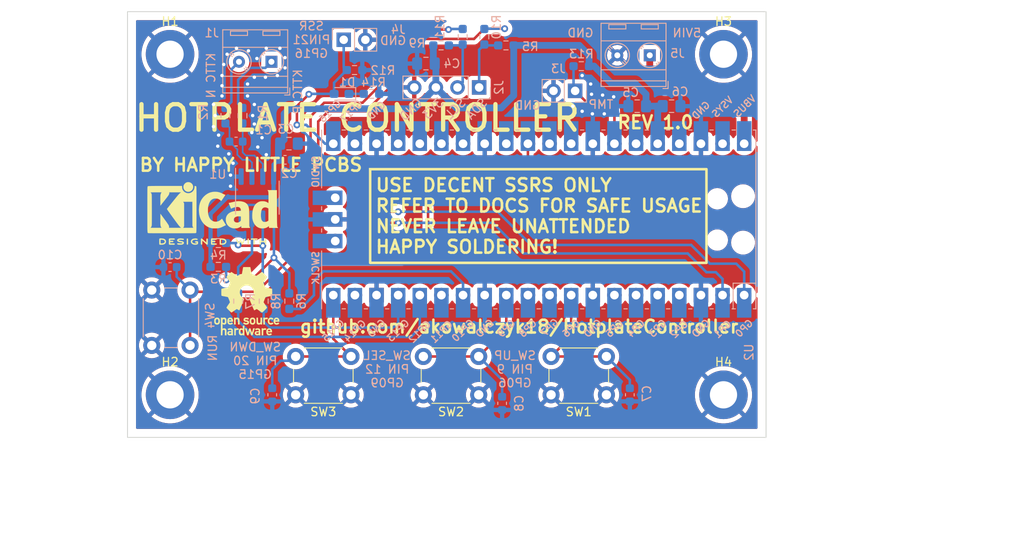
<source format=kicad_pcb>
(kicad_pcb (version 20211014) (generator pcbnew)
  (layers (0 "F.Cu" signal) (31 "B.Cu" signal) (34 "B.Paste" user) (35 "F.Paste" user) (36 "B.SilkS" user "B.Silkscreen") (37 "F.SilkS" user "F.Silkscreen") (38 "B.Mask" user) (39 "F.Mask" user) (44 "Edge.Cuts" user))
  (net 0 "")
  (net 1 "/KTTC_P")
  (net 2 "/KTTC_N")
  (net 3 "+3V3")
  (net 4 "GND")
  (net 5 "Net-(D1-Pad1)")
  (net 6 "/SSR_OUT")
  (net 7 "/KTTC_P_R")
  (net 8 "/KTTC_N_R")
  (net 9 "/I2C0_SDA_R")
  (net 10 "/I2C0_SCL_R")
  (net 11 "/TEMP_IN")
  (net 12 "+5V")
  (net 13 "/SPI_SCLK_R")
  (net 14 "/SPI_CSN_R")
  (net 15 "/SPI_SCLK")
  (net 16 "/SPI_DATA")
  (net 17 "/SPI_DATA_R")
  (net 18 "/SPI_CSN")
  (net 19 "/I2C0_SDA")
  (net 20 "/I2C0_SCL")
  (net 21 "/SW_UP")
  (net 22 "/SW_SEL")
  (net 23 "/SW_DWN")
  (net 24 "/SW_RUN")
  (footprint "MountingHole:MountingHole_3.2mm_M3_ISO7380_Pad" (layer "F.Cu") (at 55.8 121.2)
    (fp_text reference "H2")
    (fp_text value "MountingHole_Pad")
  )
  (footprint "MountingHole:MountingHole_3.2mm_M3_ISO7380_Pad" (layer "F.Cu") (at 120.8 81.2)
    (fp_text reference "H3")
    (fp_text value "MountingHole_Pad")
  )
  (footprint "MountingHole:MountingHole_3.2mm_M3_ISO7380_Pad" (layer "F.Cu") (at 55.8 81.2)
    (fp_text reference "H1")
    (fp_text value "MountingHole_Pad")
  )
  (footprint "Symbol:OSHW-Logo_7.5x8mm_SilkScreen" (layer "F.Cu") (at 64.8 110.2)
    (fp_text reference "REF**" hide)
    (fp_text value "OSHW-Logo_7.5x8mm_SilkScreen" hide)
  )
  (footprint "Button_Switch_THT:SW_PUSH_6mm" (layer "F.Cu") (at 107.05 121.2 180)
    (fp_text reference "SW1")
    (fp_text value "SW_Push")
  )
  (footprint "MountingHole:MountingHole_3.2mm_M3_ISO7380_Pad" (layer "F.Cu") (at 120.8 121.2)
    (fp_text reference "H4")
    (fp_text value "MountingHole_Pad")
  )
  (footprint "Button_Switch_THT:SW_PUSH_6mm" (layer "F.Cu") (at 92.05 121.2 180)
    (fp_text reference "SW2")
    (fp_text value "SW_Push")
  )
  (footprint "Button_Switch_THT:SW_PUSH_6mm" (layer "F.Cu") (at 77.05 121.2 180)
    (fp_text reference "SW3")
    (fp_text value "SW_Push")
  )
  (footprint "Symbol:KiCad-Logo2_6mm_SilkScreen" (layer "F.Cu") (at 60.8 99.2)
    (fp_text reference "REF**" hide)
    (fp_text value "KiCad-Logo2_6mm_SilkScreen" hide)
  )
  (footprint "Capacitor_SMD:C_0603_1608Metric" (layer "B.Cu") (at 67.8 121.2 -90)
    (fp_text reference "C9")
    (fp_text value "0.1u")
  )
  (footprint "TerminalBlock_MetzConnect:TerminalBlock_MetzConnect_Type086_RT03402HBLC_1x02_P3.81mm_Horizontal" (layer "B.Cu") (at 112.141 81.325 180)
    (fp_text reference "J5")
    (fp_text value "Conn_01x02")
  )
  (footprint "Capacitor_SMD:C_0805_2012Metric_Pad1.18x1.45mm_HandSolder" (layer "B.Cu") (at 69.7625 91.7 180)
    (fp_text reference "C3")
    (fp_text value "10u")
  )
  (footprint "Resistor_SMD:R_0603_1608Metric_Pad0.98x0.95mm_HandSolder" (layer "B.Cu") (at 66.8 110.2 90)
    (fp_text reference "R8")
    (fp_text value "0")
  )
  (footprint "MCU_RaspberryPi_and_Boards:RPi_Pico_SMD_TH" (layer "B.Cu") (at 99.1 100.6 90)
    (fp_text reference "U2")
    (fp_text value "Pico")
  )
  (footprint "Connector_PinHeader_2.54mm:PinHeader_1x02_P2.54mm_Vertical" (layer "B.Cu") (at 103.375 85.5 90)
    (fp_text reference "J3")
    (fp_text value "Conn_01x02")
  )
  (footprint "Resistor_SMD:R_0603_1608Metric_Pad0.98x0.95mm_HandSolder" (layer "B.Cu") (at 62.3 88.4125 -90)
    (fp_text reference "R2")
    (fp_text value "0")
  )
  (footprint "Resistor_SMD:R_0603_1608Metric_Pad0.98x0.95mm_HandSolder" (layer "B.Cu") (at 69.8 110.2 90)
    (fp_text reference "R6")
    (fp_text value "0")
  )
  (footprint "Resistor_SMD:R_0603_1608Metric_Pad0.98x0.95mm_HandSolder" (layer "B.Cu") (at 79.456572 85.852)
    (fp_text reference "R14")
    (fp_text value "150R")
  )
  (footprint "Capacitor_SMD:C_0603_1608Metric" (layer "B.Cu") (at 109.8 121.2 -90)
    (fp_text reference "C7")
    (fp_text value "0.1u")
  )
  (footprint "Capacitor_SMD:C_0603_1608Metric" (layer "B.Cu") (at 55.8 106.2 180)
    (fp_text reference "C10")
    (fp_text value "0.1u")
  )
  (footprint "Connector_PinHeader_2.54mm:PinHeader_1x02_P2.54mm_Vertical" (layer "B.Cu") (at 76.195 79.502 -90)
    (fp_text reference "J4")
    (fp_text value "Conn_01x02")
  )
  (footprint "Resistor_SMD:R_0603_1608Metric_Pad0.98x0.95mm_HandSolder" (layer "B.Cu") (at 87.63 80.1605)
    (fp_text reference "R9")
    (fp_text value "2.2k")
  )
  (footprint "Capacitor_SMD:C_0805_2012Metric_Pad1.18x1.45mm_HandSolder" (layer "B.Cu") (at 85.852 82.296 180)
    (fp_text reference "C4")
    (fp_text value "10u")
  )
  (footprint "Capacitor_SMD:C_0805_2012Metric_Pad1.18x1.45mm_HandSolder" (layer "B.Cu") (at 110.6625 87.3 180)
    (fp_text reference "C5")
    (fp_text value "10u")
  )
  (footprint "Resistor_SMD:R_0603_1608Metric_Pad0.98x0.95mm_HandSolder" (layer "B.Cu") (at 90.17 79.1445 90)
    (fp_text reference "R11")
    (fp_text value "0")
  )
  (footprint "Resistor_SMD:R_0603_1608Metric_Pad0.98x0.95mm_HandSolder" (layer "B.Cu") (at 77.465 83.058)
    (fp_text reference "R12")
    (fp_text value "10k")
  )
  (footprint "Resistor_SMD:R_0603_1608Metric_Pad0.98x0.95mm_HandSolder" (layer "B.Cu") (at 61.468 103.378)
    (fp_text reference "R4")
    (fp_text value "10k")
  )
  (footprint "Resistor_SMD:R_0603_1608Metric_Pad0.98x0.95mm_HandSolder" (layer "B.Cu") (at 95.25 80.1605 180)
    (fp_text reference "R5")
    (fp_text value "2.2k")
  )
  (footprint "Connector_PinHeader_2.54mm:PinHeader_1x04_P2.54mm_Vertical" (layer "B.Cu") (at 92.1 85.1 90)
    (fp_text reference "J2")
    (fp_text value "Conn_01x04")
  )
  (footprint "Capacitor_SMD:C_0603_1608Metric" (layer "B.Cu") (at 69.3 93.6)
    (fp_text reference "C2")
    (fp_text value "0.1u")
  )
  (footprint "Capacitor_SMD:C_0603_1608Metric" (layer "B.Cu") (at 94.8 122.2 -90)
    (fp_text reference "C8")
    (fp_text value "0.1u")
  )
  (footprint "TerminalBlock_MetzConnect:TerminalBlock_MetzConnect_Type086_RT03402HBLC_1x02_P3.81mm_Horizontal" (layer "B.Cu") (at 67.705 82.087 180)
    (fp_text reference "J1")
    (fp_text value "Conn_01x02")
  )
  (footprint "Resistor_SMD:R_0603_1608Metric_Pad0.98x0.95mm_HandSolder" (layer "B.Cu") (at 63.8 110.2 90)
    (fp_text reference "R7")
    (fp_text value "0")
  )
  (footprint "Resistor_SMD:R_0603_1608Metric_Pad0.98x0.95mm_HandSolder" (layer "B.Cu") (at 104.1 82.6 180)
    (fp_text reference "R13")
    (fp_text value "100k")
  )
  (footprint "Resistor_SMD:R_0603_1608Metric_Pad0.98x0.95mm_HandSolder" (layer "B.Cu") (at 92.71 79.1445 90)
    (fp_text reference "R10")
    (fp_text value "0")
  )
  (footprint "Package_SO:SOIC-8_3.9x4.9mm_P1.27mm" (layer "B.Cu") (at 66.053 98.044 -90)
    (fp_text reference "U1")
    (fp_text value "MAX31855KASA")
  )
  (footprint "Capacitor_SMD:C_0603_1608Metric" (layer "B.Cu") (at 63.553 91.4605 180)
    (fp_text reference "C1")
    (fp_text value "0.01u")
  )
  (footprint "LED_SMD:LED_0603_1608Metric_Pad1.05x0.95mm_HandSolder" (layer "B.Cu") (at 75.941 85.852 180)
    (fp_text reference "D1")
    (fp_text value "LED")
  )
  (footprint "Button_Switch_THT:SW_PUSH_6mm" (layer "B.Cu") (at 53.65 108.9 -90)
    (fp_text reference "SW4")
    (fp_text value "SW_Push")
  )
  (footprint "Capacitor_SMD:C_0805_2012Metric_Pad1.18x1.45mm_HandSolder" (layer "B.Cu") (at 114.7 87.3)
    (fp_text reference "C6")
    (fp_text value "10u")
  )
  (footprint "Resistor_SMD:R_0603_1608Metric_Pad0.98x0.95mm_HandSolder" (layer "B.Cu") (at 61.468 106.172)
    (fp_text reference "R3")
    (fp_text value "10k")
  )
  (footprint "Resistor_SMD:R_0603_1608Metric_Pad0.98x0.95mm_HandSolder" (layer "B.Cu") (at 64.3 88.4125 -90)
    (fp_text reference "R1")
    (fp_text value "0")
  )
  (gr_rect (start 79.3 94.7) (end 118.8 105.7) (layer "F.SilkS") (width 0.3) (fill none))
  (gr_rect (start 125.8 76.2) (end 50.8 126.2) (layer "Edge.Cuts") (width 0.1) (fill none))
  (gr_text "SW_UP\nPIN 9\nGP06" (at 96.3 118.2) (layer "B.SilkS") (effects (font (size 1 1)) (justify mirror)))
  (gr_text "GND" (at 82 79.6) (layer "B.SilkS") (effects (font (size 1 1)) (justify mirror)))
  (gr_text "3V3" (at 86.7 87.6 45) (layer "B.SilkS") (effects (font (size 1 1)) (justify mirror)))
  (gr_text "KTTC N" (at 60.6 83.7 90) (layer "B.SilkS") (effects (font (size 1 1)) (justify mirror)))
  (gr_text "TMP" (at 106.4 87.1) (layer "B.SilkS") (effects (font (size 1 1)) (justify mirror)))
  (gr_text "GND" (at 84.1 87.7 45) (layer "B.SilkS") (effects (font (size 1 1)) (justify mirror)))
  (gr_text "SW_DWN\nPIN 20\nGP15" (at 65.8 117.2) (layer "B.SilkS") (effects (font (size 1 1)) (justify mirror)))
  (gr_text "SCL" (at 89.3 87.6 45) (layer "B.SilkS") (effects (font (size 1 1)) (justify mirror)))
  (gr_text "GND" (at 97.8 87.2) (layer "B.SilkS") (effects (font (size 1 1)) (justify mirror)))
  (gr_text "SDA" (at 91.8 87.6 45) (layer "B.SilkS") (effects (font (size 1 1)) (justify mirror)))
  (gr_text "SW_SEL\nPIN 12\nGP09" (at 81.3 118.2) (layer "B.SilkS") (effects (font (size 1 1)) (justify mirror)))
  (gr_text "5VIN" (at 116.5 78.7) (layer "B.SilkS") (effects (font (size 1 1)) (justify mirror)))
  (gr_text "GND" (at 104 78.7) (layer "B.SilkS") (effects (font (size 1 1)) (justify mirror)))
  (gr_text "KTTC P" (at 70.8 85.6 90) (layer "B.SilkS") (effects (font (size 1 1)) (justify mirror)))
  (gr_text "SSR\nPIN21\nGP16" (at 72.4 79.5) (layer "B.SilkS") (effects (font (size 1 1)) (justify mirror)))
  (gr_text "RUN" (at 60.8 115.7 90) (layer "B.SilkS") (effects (font (size 1 1)) (justify mirror)))
  (gr_text "github.com/akowalczyk18/HotplateController" (at 96.8 113.2) (layer "F.SilkS") (effects (font (size 1.5 1.5) (thickness 0.3))))
  (gr_text "HOTPLATE CONTROLLER" (at 77.8 88.7) (layer "F.SilkS") (effects (font (size 3 3) (thickness 0.5))))
  (gr_text "BY HAPPY LITTLE PCBS" (at 65.3 94.2) (layer "F.SilkS") (effects (font (size 1.5 1.5) (thickness 0.3))))
  (gr_text "REV 1.0" (at 112.8 89.2) (layer "F.SilkS") (effects (font (size 1.5 1.5) (thickness 0.3))))
  (gr_text "USE DECENT SSRS ONLY\nREFER TO DOCS FOR SAFE USAGE\nNEVER LEAVE UNATTENDED\nHAPPY SOLDERING!" (at 79.8 100.2) (layer "F.SilkS") (effects (font (size 1.5 1.5) (thickness 0.3)) (justify left)))
  (segment (start 64.328 89.353) (end 64.3 89.325) (width 0.2) (layer "B.Cu") (net 1))
  (segment (start 64.328 91.4605) (end 64.328 89.353) (width 0.2) (layer "B.Cu") (net 1))
  (segment (start 65.7 93.1) (end 64.7 93.1) (width 0.2) (layer "B.Cu") (net 1))
  (segment (start 64.328 92.728) (end 64.328 91.4605) (width 0.2) (layer "B.Cu") (net 1))
  (segment (start 66.688 94.088) (end 66.688 95.569) (width 0.2) (layer "B.Cu") (net 1))
  (segment (start 66.688 94.088) (end 65.7 93.1) (width 0.2) (layer "B.Cu") (net 1))
  (segment (start 64.7 93.1) (end 64.328 92.728) (width 0.2) (layer "B.Cu") (net 1))
  (segment (start 65.418 95.569) (end 65.418 93.918) (width 0.2) (layer "B.Cu") (net 2))
  (segment (start 65.418 93.918) (end 65.1 93.6) (width 0.2) (layer "B.Cu") (net 2))
  (segment (start 63.7 93) (end 63.7 92.3825) (width 0.2) (layer "B.Cu") (net 2))
  (segment (start 63.7 92.3825) (end 62.778 91.4605) (width 0.2) (layer "B.Cu") (net 2))
  (segment (start 62.778 89.803) (end 62.3 89.325) (width 0.2) (layer "B.Cu") (net 2))
  (segment (start 65.1 93.6) (end 64.3 93.6) (width 0.2) (layer "B.Cu") (net 2))
  (segment (start 64.3 93.6) (end 63.7 93) (width 0.2) (layer "B.Cu") (net 2))
  (segment (start 62.778 91.4605) (end 62.778 89.803) (width 0.2) (layer "B.Cu") (net 2))
  (segment (start 87.02 85.1) (end 87.02 82.4265) (width 0.8) (layer "B.Cu") (net 3))
  (segment (start 110.4 84.6) (end 107.6 84.6) (width 0.8) (layer "B.Cu") (net 3))
  (segment (start 68.525 93.6) (end 68.525 91.9) (width 0.8) (layer "B.Cu") (net 3))
  (segment (start 67.958 94.167) (end 68.525 93.6) (width 0.5) (layer "B.Cu") (net 3))
  (segment (start 103.8605 80.1605) (end 96.1625 80.1605) (width 0.8) (layer "B.Cu") (net 3))
  (segment (start 67.5 98) (end 62.7 98) (width 0.5) (layer "B.Cu") (net 3))
  (segment (start 111.7 85.9) (end 110.4 84.6) (width 0.8) (layer "B.Cu") (net 3))
  (segment (start 89.42 87.5) (end 87.02 85.1) (width 0.8) (layer "B.Cu") (net 3))
  (segment (start 67.958 95.569) (end 67.958 94.167) (width 0.5) (layer "B.Cu") (net 3))
  (segment (start 62.6 97.9) (end 60.5555 99.9445) (width 0.5) (layer "B.Cu") (net 3))
  (segment (start 95.8 86.4) (end 94.7 87.5) (width 0.8) (layer "B.Cu") (net 3))
  (segment (start 60.5555 106.172) (end 60.5555 103.378) (width 0.5) (layer "B.Cu") (net 3))
  (segment (start 111.7 87.3) (end 111.7 85.9) (width 0.8) (layer "B.Cu") (net 3))
  (segment (start 67.958 95.569) (end 67.958 97.542) (width 0.5) (layer "B.Cu") (net 3))
  (segment (start 60.5555 99.9445) (end 60.5555 103.378) (width 0.5) (layer "B.Cu") (net 3))
  (segment (start 69.8 87.6) (end 84.52 87.6) (width 0.8) (layer "B.Cu") (net 3))
  (segment (start 67.958 97.542) (end 67.5 98) (width 0.5) (layer "B.Cu") (net 3))
  (segment (start 62.7 98) (end 62.6 97.9) (width 0.5) (layer "B.Cu") (net 3))
  (segment (start 86.7175 82.124) (end 86.8895 82.296) (width 0.8) (layer "B.Cu") (net 3))
  (segment (start 113.07 91.71) (end 113.07 87.37) (width 0.8) (layer "B.Cu") (net 3))
  (segment (start 87.02 82.4265) (end 86.8895 82.296) (width 0.8) (layer "B.Cu") (net 3))
  (segment (start 84.52 87.6) (end 87.02 85.1) (width 0.8) (layer "B.Cu") (net 3))
  (segment (start 113.6625 87.3) (end 113 87.3) (width 0.8) (layer "B.Cu") (net 3))
  (segment (start 68.725 91.7) (end 69.2 91.225) (width 0.8) (layer "B.Cu") (net 3))
  (segment (start 105.0125 82.6) (end 105.0125 81.3125) (width 0.8) (layer "B.Cu") (net 3))
  (segment (start 96.1625 80.1605) (end 96.1625 86.0375) (width 0.8) (layer "B.Cu") (net 3))
  (segment (start 113.07 87.37) (end 113 87.3) (width 0.8) (layer "B.Cu") (net 3))
  (segment (start 105.0125 81.3125) (end 103.8605 80.1605) (width 0.8) (layer "B.Cu") (net 3))
  (segment (start 113 87.3) (end 111.7 87.3) (width 0.8) (layer "B.Cu") (net 3))
  (segment (start 96.1625 86.0375) (end 95.8 86.4) (width 0.8) (layer "B.Cu") (net 3))
  (segment (start 107.6 84.6) (end 105.6 82.6) (width 0.8) (layer "B.Cu") (net 3))
  (segment (start 69.2 88.2) (end 69.8 87.6) (width 0.8) (layer "B.Cu") (net 3))
  (segment (start 86.7175 80.1605) (end 86.7175 82.124) (width 0.8) (layer "B.Cu") (net 3))
  (segment (start 68.525 91.9) (end 68.725 91.7) (width 0.8) (layer "B.Cu") (net 3))
  (segment (start 105.6 82.6) (end 105.0125 82.6) (width 0.8) (layer "B.Cu") (net 3))
  (segment (start 69.2 91.225) (end 69.2 88.2) (width 0.8) (layer "B.Cu") (net 3))
  (segment (start 94.7 87.5) (end 89.42 87.5) (width 0.8) (layer "B.Cu") (net 3))
  (via (at 105.3 85.9) (size 0.8) (drill 0.4) (layers "F.Cu" "B.Cu") (net 4))
  (via (at 105.4 88.2) (size 0.8) (drill 0.4) (layers "F.Cu" "B.Cu") (net 4))
  (via (at 61.5 90.7) (size 0.8) (drill 0.4) (layers "F.Cu" "B.Cu") (net 4))
  (via (at 103.1 87.3) (size 0.8) (drill 0.4) (layers "F.Cu" "B.Cu") (net 4))
  (via (at 69.3 82.8) (size 0.8) (drill 0.4) (layers "F.Cu" "B.Cu") (net 4))
  (via (at 65.7 87.1) (size 0.8) (drill 0.4) (layers "F.Cu" "B.Cu") (net 4))
  (via (at 67.1 93) (size 0.8) (drill 0.4) (layers "F.Cu" "B.Cu") (net 4))
  (via (at 65 80.8) (size 0.8) (drill 0.4) (layers "F.Cu" "B.Cu") (net 4))
  (via (at 104.2 87.9) (size 0.8) (drill 0.4) (layers "F.Cu" "B.Cu") (net 4))
  (via (at 65.7 83.9) (size 0.8) (drill 0.4) (layers "F.Cu" "B.Cu") (net 4))
  (via (at 67 83.9) (size 0.8) (drill 0.4) (layers "F.Cu" "B.Cu") (net 4))
  (via (at 66 81.7) (size 0.8) (drill 0.4) (layers "F.Cu" "B.Cu") (net 4))
  (via (at 107.9 86.2) (size 0.8) (drill 0.4) (layers "F.Cu" "B.Cu") (net 4))
  (via (at 64.9 84.7) (size 0.8) (drill 0.4) (layers "F.Cu" "B.Cu") (net 4))
  (via (at 69.3 81.6) (size 0.8) (drill 0.4) (layers "F.Cu" "B.Cu") (net 4))
  (via (at 65.4 90.4) (size 0.8) (drill 0.4) (layers "F.Cu" "B.Cu") (net 4))
  (via (at 62.1 82.4) (size 0.8) (drill 0.4) (layers "F.Cu" "B.Cu") (net 4))
  (via (at 106.6 86) (size 0.8) (drill 0.4) (layers "F.Cu" "B.Cu") (net 4))
  (via (at 105.2 84.7) (size 0.8) (drill 0.4) (layers "F.Cu" "B.Cu") (net 4))
  (via (at 65.5 88.4) (size 0.8) (drill 0.4) (layers "F.Cu" "B.Cu") (net 4))
  (via (at 66.6 91) (size 0.8) (drill 0.4) (layers "F.Cu" "B.Cu") (net 4))
  (via (at 62.7 92.9) (size 0.8) (drill 0.4) (layers "F.Cu" "B.Cu") (net 4))
  (via (at 63.6 80.5) (size 0.8) (drill 0.4) (layers "F.Cu" "B.Cu") (net 4))
  (via (at 61.9 84.9) (size 0.8) (drill 0.4) (layers "F.Cu" "B.Cu") (net 4))
  (via (at 67.1 80.5) (size 0.8) (drill 0.4) (layers "F.Cu" "B.Cu") (net 4))
  (via (at 62.5 81.2) (size 0.8) (drill 0.4) (layers "F.Cu" "B.Cu") (net 4))
  (via (at 65.7 89.4) (size 0.8) (drill 0.4) (layers "F.Cu" "B.Cu") (net 4))
  (via (at 66.1 92.1) (size 0.8) (drill 0.4) (layers "F.Cu" "B.Cu") (net 4))
  (via (at 60.9 89.7) (size 0.8) (drill 0.4) (layers "F.Cu" "B.Cu") (net 4))
  (via (at 60.9 87.1) (size 0.8) (drill 0.4) (layers "F.Cu" "B.Cu") (net 4))
  (via (at 61.9 86.1) (size 0.8) (drill 0.4) (layers "F.Cu" "B.Cu") (net 4))
  (via (at 64.9 86.1) (size 0.8) (drill 0.4) (layers "F.Cu" "B.Cu") (net 4))
  (via (at 61.9 83.7) (size 0.8) (drill 0.4) (layers "F.Cu" "B.Cu") (net 4))
  (via (at 62.9 96.7) (size 0.8) (drill 0.4) (layers "F.Cu" "B.Cu") (net 4))
  (via (at 61.1 88.4) (size 0.8) (drill 0.4) (layers "F.Cu" "B.Cu") (net 4))
  (via (at 68.7 80.5) (size 0.8) (drill 0.4) (layers "F.Cu" "B.Cu") (net 4))
  (via (at 61.4 92) (size 0.8) (drill 0.4) (layers "F.Cu" "B.Cu") (net 4))
  (via (at 106.8 88.2) (size 0.8) (drill 0.4) (layers "F.Cu" "B.Cu") (net 4))
  (via (at 62.9 95.4) (size 0.8) (drill 0.4) (layers "F.Cu" "B.Cu") (net 4))
  (via (at 68.4 83.7) (size 0.8) (drill 0.4) (layers "F.Cu" "B.Cu") (net 4))
  (via (at 63.2 94) (size 0.8) (drill 0.4) (layers "F.Cu" "B.Cu") (net 4))
  (via (at 104.2 83.7) (size 0.8) (drill 0.4) (layers "F.Cu" "B.Cu") (net 4))
  (segment (start 76.816 85.852) (end 78.544072 85.852) (width 0.3) (layer "B.Cu") (net 5))
  (segment (start 70.7 87.3) (end 72.1 85.9) (width 0.3) (layer "F.Cu") (net 6))
  (segment (start 70.7 89.5) (end 70.7 87.3) (width 0.3) (layer "F.Cu") (net 6))
  (via (at 72.1 85.9) (size 0.8) (drill 0.4) (layers "F.Cu" "B.Cu") (net 6))
  (via (at 70.7 89.5) (size 0.8) (drill 0.4) (layers "F.Cu" "B.Cu") (net 6))
  (segment (start 72.148 85.852) (end 72.1 85.9) (width 0.3) (layer "B.Cu") (net 6))
  (segment (start 76.195 82.7005) (end 76.5525 83.058) (width 0.3) (layer "B.Cu") (net 6))
  (segment (start 75.066 84.5445) (end 76.5525 83.058) (width 0.3) (layer "B.Cu") (net 6))
  (segment (start 75.066 85.852) (end 72.148 85.852) (width 0.3) (layer "B.Cu") (net 6))
  (segment (start 75.066 85.852) (end 75.066 84.5445) (width 0.3) (layer "B.Cu") (net 6))
  (segment (start 74.97 91.71) (end 74.01 91.71) (width 0.3) (layer "B.Cu") (net 6))
  (segment (start 71.8 89.5) (end 70.7 89.5) (width 0.3) (layer "B.Cu") (net 6))
  (segment (start 72.5 90.2) (end 71.8 89.5) (width 0.3) (layer "B.Cu") (net 6))
  (segment (start 76.195 79.502) (end 76.195 82.7005) (width 0.3) (layer "B.Cu") (net 6))
  (segment (start 74.01 91.71) (end 72.5 90.2) (width 0.3) (layer "B.Cu") (net 6))
  (segment (start 64.3 87.5) (end 63.8 87) (width 0.3) (layer "B.Cu") (net 7))
  (segment (start 65.2 82.8) (end 66.992 82.8) (width 0.3) (layer "B.Cu") (net 7))
  (segment (start 63.8 87) (end 63.8 84.2) (width 0.3) (layer "B.Cu") (net 7))
  (segment (start 63.8 84.2) (end 65.2 82.8) (width 0.3) (layer "B.Cu") (net 7))
  (segment (start 66.992 82.8) (end 67.705 82.087) (width 0.3) (layer "B.Cu") (net 7))
  (segment (start 63 82.982) (end 63.895 82.087) (width 0.3) (layer "B.Cu") (net 8))
  (segment (start 62.3 87.5) (end 63 86.8) (width 0.3) (layer "B.Cu") (net 8))
  (segment (start 63 86.8) (end 63 82.982) (width 0.3) (layer "B.Cu") (net 8))
  (segment (start 94.3375 80.1605) (end 92.8135 80.1605) (width 0.3) (layer "B.Cu") (net 9))
  (segment (start 92.8135 80.1605) (end 92.71 80.057) (width 0.3) (layer "B.Cu") (net 9))
  (segment (start 92.1 85.1) (end 92.1 80.667) (width 0.3) (layer "B.Cu") (net 9))
  (segment (start 92.1 80.667) (end 92.71 80.057) (width 0.3) (layer "B.Cu") (net 9))
  (segment (start 88.5425 80.1605) (end 90.0665 80.1605) (width 0.3) (layer "B.Cu") (net 10))
  (segment (start 90.0665 80.1605) (end 90.17 80.057) (width 0.3) (layer "B.Cu") (net 10))
  (segment (start 90.17 84.49) (end 90.17 80.057) (width 0.3) (layer "B.Cu") (net 10))
  (segment (start 89.56 85.1) (end 90.17 84.49) (width 0.3) (layer "B.Cu") (net 10))
  (segment (start 107.99 87.79) (end 107.3 87.1) (width 0.3) (layer "F.Cu") (net 11))
  (segment (start 107.99 91.71) (end 107.99 87.79) (width 0.3) (layer "F.Cu") (net 11))
  (segment (start 104.975 87.1) (end 103.375 85.5) (width 0.3) (layer "F.Cu") (net 11))
  (segment (start 107.3 87.1) (end 104.975 87.1) (width 0.3) (layer "F.Cu") (net 11))
  (segment (start 103.1875 82.6) (end 103.1875 85.3125) (width 0.3) (layer "B.Cu") (net 11))
  (segment (start 103.1875 85.3125) (end 103.375 85.5) (width 0.3) (layer "B.Cu") (net 11))
  (segment (start 112.141 83.441) (end 113.9 85.2) (width 0.8) (layer "F.Cu") (net 12))
  (segment (start 112.141 81.325) (end 112.141 83.441) (width 0.8) (layer "F.Cu") (net 12))
  (segment (start 122.2 87.3) (end 123.23 88.33) (width 0.8) (layer "F.Cu") (net 12))
  (segment (start 119.5 87.3) (end 122.2 87.3) (width 0.8) (layer "F.Cu") (net 12))
  (segment (start 117.4 85.2) (end 119.5 87.3) (width 0.8) (layer "F.Cu") (net 12))
  (segment (start 113.9 85.2) (end 117.4 85.2) (width 0.8) (layer "F.Cu") (net 12))
  (segment (start 123.23 88.33) (end 123.23 91.71) (width 0.8) (layer "F.Cu") (net 12))
  (segment (start 65.4 107.7) (end 68 105.1) (width 0.3) (layer "F.Cu") (net 13))
  (segment (start 62.4 107.7) (end 65.4 107.7) (width 0.3) (layer "F.Cu") (net 13))
  (via (at 68 105.1) (size 0.8) (drill 0.4) (layers "F.Cu" "B.Cu") (net 13))
  (via (at 62.4 107.7) (size 0.8) (drill 0.4) (layers "F.Cu" "B.Cu") (net 13))
  (segment (start 62.3805 106.172) (end 62.3805 107.6805) (width 0.3) (layer "B.Cu") (net 13))
  (segment (start 68 100.561) (end 68 105.1) (width 0.3) (layer "B.Cu") (net 13))
  (segment (start 67.958 100.519) (end 68 100.561) (width 0.3) (layer "B.Cu") (net 13))
  (segment (start 68 105.1) (end 69.8 106.9) (width 0.3) (layer "B.Cu") (net 13))
  (segment (start 62.3805 107.6805) (end 62.4 107.7) (width 0.3) (layer "B.Cu") (net 13))
  (segment (start 69.8 106.9) (end 69.8 109.2875) (width 0.3) (layer "B.Cu") (net 13))
  (segment (start 63.888 103.688) (end 63.8 103.6) (width 0.3) (layer "F.Cu") (net 14))
  (segment (start 66.688 103.688) (end 63.888 103.688) (width 0.3) (layer "F.Cu") (net 14))
  (via (at 63.8 103.6) (size 0.8) (drill 0.4) (layers "F.Cu" "B.Cu") (net 14))
  (via (at 66.688 103.688) (size 0.8) (drill 0.4) (layers "F.Cu" "B.Cu") (net 14))
  (segment (start 66.688 100.519) (end 66.688 109.1755) (width 0.3) (layer "B.Cu") (net 14))
  (segment (start 66.688 109.1755) (end 66.8 109.2875) (width 0.3) (layer "B.Cu") (net 14))
  (segment (start 63.578 103.378) (end 63.8 103.6) (width 0.3) (layer "B.Cu") (net 14))
  (segment (start 62.3805 103.378) (end 63.578 103.378) (width 0.3) (layer "B.Cu") (net 14))
  (segment (start 88.8 106.7) (end 90.21 108.11) (width 0.3) (layer "B.Cu") (net 15))
  (segment (start 69.8 111.1125) (end 71.0875 111.1125) (width 0.3) (layer "B.Cu") (net 15))
  (segment (start 72.7 109.5) (end 72.7 107.8) (width 0.3) (layer "B.Cu") (net 15))
  (segment (start 73.8 106.7) (end 88.8 106.7) (width 0.3) (layer "B.Cu") (net 15))
  (segment (start 72.7 107.8) (end 73.8 106.7) (width 0.3) (layer "B.Cu") (net 15))
  (segment (start 90.21 108.11) (end 90.21 109.49) (width 0.3) (layer "B.Cu") (net 15))
  (segment (start 71.0875 111.1125) (end 72.7 109.5) (width 0.3) (layer "B.Cu") (net 15))
  (segment (start 84.1 114.4) (end 85.13 113.37) (width 0.3) (layer "B.Cu") (net 16))
  (segment (start 63.8 111.1125) (end 63.8 112.5) (width 0.3) (layer "B.Cu") (net 16))
  (segment (start 65.7 114.4) (end 84.1 114.4) (width 0.3) (layer "B.Cu") (net 16))
  (segment (start 63.8 112.5) (end 65.7 114.4) (width 0.3) (layer "B.Cu") (net 16))
  (segment (start 85.13 113.37) (end 85.13 109.49) (width 0.3) (layer "B.Cu") (net 16))
  (segment (start 63.8 106.2) (end 63.8 109.2875) (width 0.3) (layer "B.Cu") (net 17))
  (segment (start 65.418 104.582) (end 63.8 106.2) (width 0.3) (layer "B.Cu") (net 17))
  (segment (start 65.418 100.519) (end 65.418 104.582) (width 0.3) (layer "B.Cu") (net 17))
  (segment (start 66.8 111.1125) (end 66.8 112.6) (width 0.3) (layer "B.Cu") (net 18))
  (segment (start 82.59 112.71) (end 82.59 109.49) (width 0.3) (layer "B.Cu") (net 18))
  (segment (start 66.8 112.6) (end 67.5 113.3) (width 0.3) (layer "B.Cu") (net 18))
  (segment (start 82 113.3) (end 82.59 112.71) (width 0.3) (layer "B.Cu") (net 18))
  (segment (start 67.5 113.3) (end 82 113.3) (width 0.3) (layer "B.Cu") (net 18))
  (segment (start 84.1 79.4) (end 82.2 81.3) (width 0.3) (layer "F.Cu") (net 19))
  (segment (start 82.2 84.5) (end 78.8 87.9) (width 0.3) (layer "F.Cu") (net 19))
  (segment (start 74.4 87.9) (end 73.2 89.1) (width 0.3) (layer "F.Cu") (net 19))
  (segment (start 82.2 81.3) (end 82.2 84.5) (width 0.3) (layer "F.Cu") (net 19))
  (segment (start 92.7 78.2) (end 91.5 79.4) (width 0.3) (layer "F.Cu") (net 19))
  (segment (start 73.2 93.6) (end 74.1 94.5) (width 0.3) (layer "F.Cu") (net 19))
  (segment (start 73.2 89.1) (end 73.2 93.6) (width 0.3) (layer "F.Cu") (net 19))
  (segment (start 78.8 87.9) (end 74.4 87.9) (width 0.3) (layer "F.Cu") (net 19))
  (segment (start 95.1 78.2) (end 92.7 78.2) (width 0.3) (layer "F.Cu") (net 19))
  (segment (start 81.7 99.7) (end 82.6 99.7) (width 0.3) (layer "F.Cu") (net 19))
  (segment (start 81.2 97) (end 81.2 99.2) (width 0.3) (layer "F.Cu") (net 19))
  (segment (start 81.2 99.2) (end 81.7 99.7) (width 0.3) (layer "F.Cu") (net 19))
  (segment (start 78.7 94.5) (end 81.2 97) (width 0.3) (layer "F.Cu") (net 19))
  (segment (start 74.1 94.5) (end 78.7 94.5) (width 0.3) (layer "F.Cu") (net 19))
  (segment (start 91.5 79.4) (end 84.1 79.4) (width 0.3) (layer "F.Cu") (net 19))
  (via (at 82.6 99.7) (size 0.8) (drill 0.4) (layers "F.Cu" "B.Cu") (net 19))
  (via (at 95.1 78.2) (size 0.8) (drill 0.4) (layers "F.Cu" "B.Cu") (net 19))
  (segment (start 94.3 99.7) (end 98.2 103.6) (width 0.3) (layer "B.Cu") (net 19))
  (segment (start 117 103.6) (end 119.2 105.8) (width 0.3) (layer "B.Cu") (net 19))
  (segment (start 123.23 106.73) (end 123.23 109.49) (width 0.3) (layer "B.Cu") (net 19))
  (segment (start 82.6 99.7) (end 94.3 99.7) (width 0.3) (layer "B.Cu") (net 19))
  (segment (start 94.4 78.2) (end 95.1 78.2) (width 0.3) (layer "B.Cu") (net 19))
  (segment (start 92.71 78.232) (end 92.742 78.2) (width 0.3) (layer "B.Cu") (net 19))
  (segment (start 122.3 105.8) (end 123.23 106.73) (width 0.3) (layer "B.Cu") (net 19))
  (segment (start 92.742 78.2) (end 94.4 78.2) (width 0.3) (layer "B.Cu") (net 19))
  (segment (start 119.2 105.8) (end 122.3 105.8) (width 0.3) (layer "B.Cu") (net 19))
  (segment (start 98.2 103.6) (end 117 103.6) (width 0.3) (layer "B.Cu") (net 19))
  (segment (start 73.8 95.6) (end 78.4 95.6) (width 0.3) (layer "F.Cu") (net 20))
  (segment (start 81.2 80.8) (end 81.2 84.1) (width 0.3) (layer "F.Cu") (net 20))
  (segment (start 88.5 78.3) (end 83.7 78.3) (width 0.3) (layer "F.Cu") (net 20))
  (segment (start 78.4 95.6) (end 80.2 97.4) (width 0.3) (layer "F.Cu") (net 20))
  (segment (start 72.3 88.5) (end 72.3 94.1) (width 0.3) (layer "F.Cu") (net 20))
  (segment (start 78.4 86.9) (end 73.9 86.9) (width 0.3) (layer "F.Cu") (net 20))
  (segment (start 83.7 78.3) (end 81.2 80.8) (width 0.3) (layer "F.Cu") (net 20))
  (segment (start 81.5 101) (end 82.6 101) (width 0.3) (layer "F.Cu") (net 20))
  (segment (start 80.2 99.7) (end 81.5 101) (width 0.3) (layer "F.Cu") (net 20))
  (segment (start 72.3 94.1) (end 73.8 95.6) (width 0.3) (layer "F.Cu") (net 20))
  (segment (start 80.2 97.4) (end 80.2 99.7) (width 0.3) (layer "F.Cu") (net 20))
  (segment (start 81.2 84.1) (end 78.4 86.9) (width 0.3) (layer "F.Cu") (net 20))
  (segment (start 73.9 86.9) (end 72.3 88.5) (width 0.3) (layer "F.Cu") (net 20))
  (via (at 82.6 101) (size 0.8) (drill 0.4) (layers "F.Cu" "B.Cu") (net 20))
  (via (at 88.5 78.3) (size 0.8) (drill 0.4) (layers "F.Cu" "B.Cu") (net 20))
  (segment (start 119.9 106.8) (end 118.8 106.8) (width 0.3) (layer "B.Cu") (net 20))
  (segment (start 93.7 101) (end 82.6 101) (width 0.3) (layer "B.Cu") (net 20))
  (segment (start 90.17 78.232) (end 88.568 78.232) (width 0.3) (layer "B.Cu") (net 20))
  (segment (start 97.3 104.6) (end 93.7 101) (width 0.3) (layer "B.Cu") (net 20))
  (segment (start 116.6 104.6) (end 97.3 104.6) (width 0.3) (layer "B.Cu") (net 20))
  (segment (start 88.568 78.232) (end 88.5 78.3) (width 0.3) (layer "B.Cu") (net 20))
  (segment (start 120.69 107.59) (end 119.9 106.8) (width 0.3) (layer "B.Cu") (net 20))
  (segment (start 120.69 109.49) (end 120.69 107.59) (width 0.3) (layer "B.Cu") (net 20))
  (segment (start 118.8 106.8) (end 116.6 104.6) (width 0.3) (layer "B.Cu") (net 20))
  (segment (start 102.91 114.34) (end 100.55 116.7) (width 0.3) (layer "F.Cu") (net 21))
  (segment (start 102.91 109.49) (end 102.91 114.34) (width 0.3) (layer "F.Cu") (net 21))
  (segment (start 100.55 116.7) (end 107.05 116.7) (width 0.3) (layer "F.Cu") (net 21))
  (segment (start 109.8 119.45) (end 107.05 116.7) (width 0.3) (layer "B.Cu") (net 21))
  (segment (start 109.8 120.425) (end 109.8 119.45) (width 0.3) (layer "B.Cu") (net 21))
  (segment (start 95.29 113.46) (end 92.05 116.7) (width 0.3) (layer "F.Cu") (net 22))
  (segment (start 95.29 109.49) (end 95.29 113.46) (width 0.3) (layer "F.Cu") (net 22))
  (segment (start 85.55 116.7) (end 92.05 116.7) (width 0.3) (layer "F.Cu") (net 22))
  (segment (start 94.8 121.425) (end 94.8 119.45) (width 0.3) (layer "B.Cu") (net 22))
  (segment (start 94.8 119.45) (end 92.05 116.7) (width 0.3) (layer "B.Cu") (net 22))
  (segment (start 74.97 109.49) (end 74.97 114.62) (width 0.3) (layer "F.Cu") (net 23))
  (segment (start 70.55 116.7) (end 77.05 116.7) (width 0.3) (layer "F.Cu") (net 23))
  (segment (start 74.97 114.62) (end 77.05 116.7) (width 0.3) (layer "F.Cu") (net 23))
  (segment (start 70.05 117.2) (end 68.8 117.2) (width 0.3) (layer "B.Cu") (net 23))
  (segment (start 67.8 118.2) (end 67.8 120.425) (width 0.3) (layer "B.Cu") (net 23))
  (segment (start 68.8 117.2) (end 67.8 118.2) (width 0.3) (layer "B.Cu") (net 23))
  (segment (start 70.55 116.7) (end 70.05 117.2) (width 0.3) (layer "B.Cu") (net 23))
  (segment (start 86.1 98.4) (end 88.4 96.1) (width 0.3) (layer "F.Cu") (net 24))
  (segment (start 66 109.1) (end 69.7 105.4) (width 0.3) (layer "F.Cu") (net 24))
  (segment (start 86.1 102.3) (end 86.1 98.4) (width 0.3) (layer "F.Cu") (net 24))
  (segment (start 58.35 109.1) (end 58.15 108.9) (width 0.3) (layer "F.Cu") (net 24))
  (segment (start 97.83 94.37) (end 97.83 91.71) (width 0.3) (layer "F.Cu") (net 24))
  (segment (start 66 109.1) (end 58.35 109.1) (width 0.3) (layer "F.Cu") (net 24))
  (segment (start 88.4 96.1) (end 96.1 96.1) (width 0.3) (layer "F.Cu") (net 24))
  (segment (start 83 105.4) (end 86.1 102.3) (width 0.3) (layer "F.Cu") (net 24))
  (segment (start 58.15 115.4) (end 58.15 108.9) (width 0.3) (layer "F.Cu") (net 24))
  (segment (start 69.7 105.4) (end 83 105.4) (width 0.3) (layer "F.Cu") (net 24))
  (segment (start 96.1 96.1) (end 97.83 94.37) (width 0.3) (layer "F.Cu") (net 24))
  (segment (start 58.05 108.95) (end 58.2 109.1) (width 0.3) (layer "F.Cu") (net 24))
  (segment (start 56.575 107.325) (end 58.15 108.9) (width 0.3) (layer "B.Cu") (net 24))
  (segment (start 56.575 106.2) (end 56.575 107.325) (width 0.3) (layer "B.Cu") (net 24))
  (zone (net 4) (net_name "GND") (layers F&B.Cu) (connect_pads (clearance 0.508)) (min_thickness 0.254) (fill yes (thermal_gap 0.508) (thermal_bridge_width 0.508))
    (polygon (pts (xy 124.8 125.2) (xy 51.8 125.2) (xy 51.8 77.2) (xy 124.8 77.2)))
  )
)
</source>
